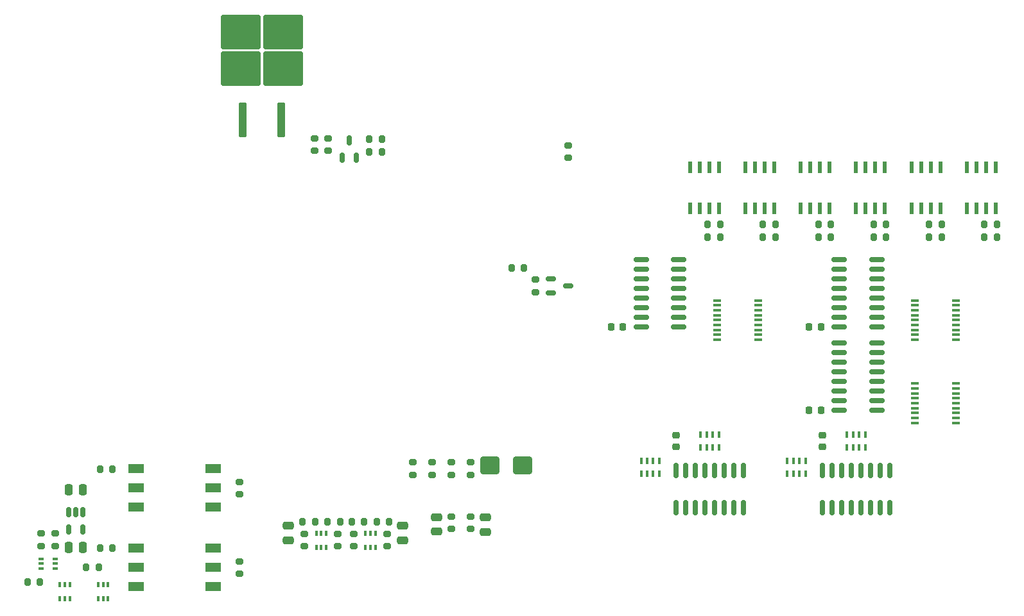
<source format=gbr>
%TF.GenerationSoftware,KiCad,Pcbnew,(7.0.0)*%
%TF.CreationDate,2023-05-23T17:02:05+02:00*%
%TF.ProjectId,Kettcar_Control_HW,4b657474-6361-4725-9f43-6f6e74726f6c,1.0*%
%TF.SameCoordinates,Original*%
%TF.FileFunction,Paste,Top*%
%TF.FilePolarity,Positive*%
%FSLAX46Y46*%
G04 Gerber Fmt 4.6, Leading zero omitted, Abs format (unit mm)*
G04 Created by KiCad (PCBNEW (7.0.0)) date 2023-05-23 17:02:05*
%MOMM*%
%LPD*%
G01*
G04 APERTURE LIST*
G04 Aperture macros list*
%AMRoundRect*
0 Rectangle with rounded corners*
0 $1 Rounding radius*
0 $2 $3 $4 $5 $6 $7 $8 $9 X,Y pos of 4 corners*
0 Add a 4 corners polygon primitive as box body*
4,1,4,$2,$3,$4,$5,$6,$7,$8,$9,$2,$3,0*
0 Add four circle primitives for the rounded corners*
1,1,$1+$1,$2,$3*
1,1,$1+$1,$4,$5*
1,1,$1+$1,$6,$7*
1,1,$1+$1,$8,$9*
0 Add four rect primitives between the rounded corners*
20,1,$1+$1,$2,$3,$4,$5,0*
20,1,$1+$1,$4,$5,$6,$7,0*
20,1,$1+$1,$6,$7,$8,$9,0*
20,1,$1+$1,$8,$9,$2,$3,0*%
G04 Aperture macros list end*
%ADD10RoundRect,0.150000X-0.150000X0.512500X-0.150000X-0.512500X0.150000X-0.512500X0.150000X0.512500X0*%
%ADD11RoundRect,0.200000X-0.200000X-0.275000X0.200000X-0.275000X0.200000X0.275000X-0.200000X0.275000X0*%
%ADD12R,0.400000X0.900000*%
%ADD13RoundRect,0.200000X-0.275000X0.200000X-0.275000X-0.200000X0.275000X-0.200000X0.275000X0.200000X0*%
%ADD14R,2.000000X1.200000*%
%ADD15RoundRect,0.200000X0.200000X0.275000X-0.200000X0.275000X-0.200000X-0.275000X0.200000X-0.275000X0*%
%ADD16RoundRect,0.150000X0.825000X0.150000X-0.825000X0.150000X-0.825000X-0.150000X0.825000X-0.150000X0*%
%ADD17R,0.650000X0.400000*%
%ADD18RoundRect,0.200000X0.275000X-0.200000X0.275000X0.200000X-0.275000X0.200000X-0.275000X-0.200000X0*%
%ADD19R,1.000000X0.400000*%
%ADD20RoundRect,0.250000X0.250000X0.475000X-0.250000X0.475000X-0.250000X-0.475000X0.250000X-0.475000X0*%
%ADD21R,0.600000X1.550000*%
%ADD22R,0.400000X0.650000*%
%ADD23RoundRect,0.250000X-0.475000X0.250000X-0.475000X-0.250000X0.475000X-0.250000X0.475000X0.250000X0*%
%ADD24RoundRect,0.150000X0.150000X-0.825000X0.150000X0.825000X-0.150000X0.825000X-0.150000X-0.825000X0*%
%ADD25RoundRect,0.150000X-0.512500X-0.150000X0.512500X-0.150000X0.512500X0.150000X-0.512500X0.150000X0*%
%ADD26RoundRect,0.250000X0.300000X-2.050000X0.300000X2.050000X-0.300000X2.050000X-0.300000X-2.050000X0*%
%ADD27RoundRect,0.250000X2.375000X-2.025000X2.375000X2.025000X-2.375000X2.025000X-2.375000X-2.025000X0*%
%ADD28RoundRect,0.250000X-1.000000X-0.900000X1.000000X-0.900000X1.000000X0.900000X-1.000000X0.900000X0*%
%ADD29RoundRect,0.250000X0.475000X-0.250000X0.475000X0.250000X-0.475000X0.250000X-0.475000X-0.250000X0*%
%ADD30RoundRect,0.225000X0.225000X0.250000X-0.225000X0.250000X-0.225000X-0.250000X0.225000X-0.250000X0*%
%ADD31RoundRect,0.150000X0.150000X-0.512500X0.150000X0.512500X-0.150000X0.512500X-0.150000X-0.512500X0*%
%ADD32RoundRect,0.225000X0.250000X-0.225000X0.250000X0.225000X-0.250000X0.225000X-0.250000X-0.225000X0*%
G04 APERTURE END LIST*
D10*
%TO.C,U1*%
X44450000Y-120012500D03*
X43500000Y-120012500D03*
X42550000Y-120012500D03*
X42550000Y-122287500D03*
X44450000Y-122287500D03*
%TD*%
D11*
%TO.C,R1*%
X148725000Y-82000000D03*
X150375000Y-82000000D03*
%TD*%
D12*
%TO.C,RN1*%
X125899999Y-111449999D03*
X126699999Y-111449999D03*
X127499999Y-111449999D03*
X128299999Y-111449999D03*
X128299999Y-109749999D03*
X127499999Y-109749999D03*
X126699999Y-109749999D03*
X125899999Y-109749999D03*
%TD*%
D13*
%TO.C,R11*%
X90450000Y-113425000D03*
X90450000Y-115075000D03*
%TD*%
%TO.C,R27*%
X65050000Y-115975000D03*
X65050000Y-117625000D03*
%TD*%
D14*
%TO.C,U10*%
X51439999Y-124769999D03*
X51439999Y-127309999D03*
X51439999Y-129849999D03*
X61599999Y-129849999D03*
X61599999Y-127309999D03*
X61599999Y-124769999D03*
%TD*%
D15*
%TO.C,R26*%
X48325000Y-114300000D03*
X46675000Y-114300000D03*
%TD*%
D16*
%TO.C,U12*%
X149150000Y-95545000D03*
X149150000Y-94275000D03*
X149150000Y-93005000D03*
X149150000Y-91735000D03*
X149150000Y-90465000D03*
X149150000Y-89195000D03*
X149150000Y-87925000D03*
X149150000Y-86655000D03*
X144200000Y-86655000D03*
X144200000Y-87925000D03*
X144200000Y-89195000D03*
X144200000Y-90465000D03*
X144200000Y-91735000D03*
X144200000Y-93005000D03*
X144200000Y-94275000D03*
X144200000Y-95545000D03*
%TD*%
D17*
%TO.C,Q10*%
X38899999Y-126149999D03*
X38899999Y-126799999D03*
X38899999Y-127449999D03*
X40799999Y-127449999D03*
X40799999Y-126799999D03*
X40799999Y-126149999D03*
%TD*%
D11*
%TO.C,R39*%
X79900000Y-121300000D03*
X81550000Y-121300000D03*
%TD*%
D15*
%TO.C,R16*%
X157675000Y-83650000D03*
X156025000Y-83650000D03*
%TD*%
D13*
%TO.C,R10*%
X93000000Y-120575000D03*
X93000000Y-122225000D03*
%TD*%
D18*
%TO.C,R23*%
X76800000Y-72275000D03*
X76800000Y-70625000D03*
%TD*%
D19*
%TO.C,U2*%
X128074999Y-92024999D03*
X128074999Y-92674999D03*
X128074999Y-93324999D03*
X128074999Y-93974999D03*
X128074999Y-94624999D03*
X128074999Y-95274999D03*
X128074999Y-95924999D03*
X128074999Y-96574999D03*
X128074999Y-97224999D03*
X133474999Y-97224999D03*
X133474999Y-96574999D03*
X133474999Y-95924999D03*
X133474999Y-95274999D03*
X133474999Y-94624999D03*
X133474999Y-93974999D03*
X133474999Y-93324999D03*
X133474999Y-92674999D03*
X133474999Y-92024999D03*
%TD*%
D12*
%TO.C,RN3*%
X145199999Y-111449999D03*
X145999999Y-111449999D03*
X146799999Y-111449999D03*
X147599999Y-111449999D03*
X147599999Y-109749999D03*
X146799999Y-109749999D03*
X145999999Y-109749999D03*
X145199999Y-109749999D03*
%TD*%
D20*
%TO.C,C2*%
X44450000Y-124650000D03*
X42550000Y-124650000D03*
%TD*%
D11*
%TO.C,R4*%
X126825000Y-82000000D03*
X128475000Y-82000000D03*
%TD*%
D21*
%TO.C,Q5*%
X160994999Y-79849999D03*
X162264999Y-79849999D03*
X163534999Y-79849999D03*
X164804999Y-79849999D03*
X160994999Y-74449999D03*
X162264999Y-74449999D03*
X163534999Y-74449999D03*
X164804999Y-74449999D03*
%TD*%
D22*
%TO.C,Q12*%
X81724999Y-124649999D03*
X82374999Y-124649999D03*
X83024999Y-124649999D03*
X83024999Y-122749999D03*
X82374999Y-122749999D03*
X81724999Y-122749999D03*
%TD*%
D23*
%TO.C,C4*%
X97500000Y-120700000D03*
X97500000Y-122600000D03*
%TD*%
D16*
%TO.C,U8*%
X149150000Y-106520000D03*
X149150000Y-105250000D03*
X149150000Y-103980000D03*
X149150000Y-102710000D03*
X149150000Y-101440000D03*
X149150000Y-100170000D03*
X149150000Y-98900000D03*
X149150000Y-97630000D03*
X144200000Y-97630000D03*
X144200000Y-98900000D03*
X144200000Y-100170000D03*
X144200000Y-101440000D03*
X144200000Y-102710000D03*
X144200000Y-103980000D03*
X144200000Y-105250000D03*
X144200000Y-106520000D03*
%TD*%
D11*
%TO.C,R14*%
X156025000Y-82000000D03*
X157675000Y-82000000D03*
%TD*%
D13*
%TO.C,R9*%
X95550000Y-120575000D03*
X95550000Y-122225000D03*
%TD*%
%TO.C,R29*%
X65070000Y-126485000D03*
X65070000Y-128135000D03*
%TD*%
D21*
%TO.C,Q4*%
X124494999Y-79849999D03*
X125764999Y-79849999D03*
X127034999Y-79849999D03*
X128304999Y-79849999D03*
X124494999Y-74449999D03*
X125764999Y-74449999D03*
X127034999Y-74449999D03*
X128304999Y-74449999D03*
%TD*%
D11*
%TO.C,R24*%
X82225000Y-72400000D03*
X83875000Y-72400000D03*
%TD*%
D12*
%TO.C,RN2*%
X118049999Y-114949999D03*
X118849999Y-114949999D03*
X119649999Y-114949999D03*
X120449999Y-114949999D03*
X120449999Y-113249999D03*
X119649999Y-113249999D03*
X118849999Y-113249999D03*
X118049999Y-113249999D03*
%TD*%
D24*
%TO.C,U6*%
X141955000Y-119425000D03*
X143225000Y-119425000D03*
X144495000Y-119425000D03*
X145765000Y-119425000D03*
X147035000Y-119425000D03*
X148305000Y-119425000D03*
X149575000Y-119425000D03*
X150845000Y-119425000D03*
X150845000Y-114475000D03*
X149575000Y-114475000D03*
X148305000Y-114475000D03*
X147035000Y-114475000D03*
X145765000Y-114475000D03*
X144495000Y-114475000D03*
X143225000Y-114475000D03*
X141955000Y-114475000D03*
%TD*%
D25*
%TO.C,Q7*%
X106162500Y-89150000D03*
X106162500Y-91050000D03*
X108437500Y-90100000D03*
%TD*%
D15*
%TO.C,R8*%
X128475000Y-83650000D03*
X126825000Y-83650000D03*
%TD*%
%TO.C,R28*%
X48345000Y-124760000D03*
X46695000Y-124760000D03*
%TD*%
%TO.C,R7*%
X135775000Y-83650000D03*
X134125000Y-83650000D03*
%TD*%
%TO.C,R20*%
X102625000Y-87750000D03*
X100975000Y-87750000D03*
%TD*%
D13*
%TO.C,R34*%
X73675000Y-122875000D03*
X73675000Y-124525000D03*
%TD*%
D15*
%TO.C,R36*%
X78350000Y-121300000D03*
X76700000Y-121300000D03*
%TD*%
D26*
%TO.C,D2*%
X65500000Y-68150000D03*
D27*
X65265000Y-61425000D03*
X70815000Y-61425000D03*
X65265000Y-56575000D03*
X70815000Y-56575000D03*
D26*
X70580000Y-68150000D03*
%TD*%
D21*
%TO.C,Q6*%
X153694999Y-79849999D03*
X154964999Y-79849999D03*
X156234999Y-79849999D03*
X157504999Y-79849999D03*
X153694999Y-74449999D03*
X154964999Y-74449999D03*
X156234999Y-74449999D03*
X157504999Y-74449999D03*
%TD*%
D15*
%TO.C,R40*%
X84850000Y-121300000D03*
X83200000Y-121300000D03*
%TD*%
D21*
%TO.C,Q2*%
X139094999Y-79849999D03*
X140364999Y-79849999D03*
X141634999Y-79849999D03*
X142904999Y-79849999D03*
X139094999Y-74449999D03*
X140364999Y-74449999D03*
X141634999Y-74449999D03*
X142904999Y-74449999D03*
%TD*%
D28*
%TO.C,D1*%
X98100000Y-113800000D03*
X102400000Y-113800000D03*
%TD*%
D11*
%TO.C,R3*%
X134125000Y-82000000D03*
X135775000Y-82000000D03*
%TD*%
D15*
%TO.C,R15*%
X164975000Y-83650000D03*
X163325000Y-83650000D03*
%TD*%
D18*
%TO.C,R17*%
X95550000Y-115075000D03*
X95550000Y-113425000D03*
%TD*%
D29*
%TO.C,C11*%
X86600000Y-123700000D03*
X86600000Y-121800000D03*
%TD*%
D13*
%TO.C,R38*%
X80175000Y-122875000D03*
X80175000Y-124525000D03*
%TD*%
D18*
%TO.C,R18*%
X93000000Y-115075000D03*
X93000000Y-113425000D03*
%TD*%
D13*
%TO.C,R12*%
X87950000Y-113425000D03*
X87950000Y-115075000D03*
%TD*%
D22*
%TO.C,U14*%
X42699999Y-129549999D03*
X42049999Y-129549999D03*
X41399999Y-129549999D03*
X41399999Y-131449999D03*
X42049999Y-131449999D03*
X42699999Y-131449999D03*
%TD*%
D13*
%TO.C,R41*%
X84575000Y-122875000D03*
X84575000Y-124525000D03*
%TD*%
%TO.C,R22*%
X75000000Y-70625000D03*
X75000000Y-72275000D03*
%TD*%
%TO.C,R31*%
X40800000Y-122825000D03*
X40800000Y-124475000D03*
%TD*%
D24*
%TO.C,U5*%
X122655000Y-119425000D03*
X123925000Y-119425000D03*
X125195000Y-119425000D03*
X126465000Y-119425000D03*
X127735000Y-119425000D03*
X129005000Y-119425000D03*
X130275000Y-119425000D03*
X131545000Y-119425000D03*
X131545000Y-114475000D03*
X130275000Y-114475000D03*
X129005000Y-114475000D03*
X127735000Y-114475000D03*
X126465000Y-114475000D03*
X125195000Y-114475000D03*
X123925000Y-114475000D03*
X122655000Y-114475000D03*
%TD*%
D11*
%TO.C,R35*%
X73400000Y-121300000D03*
X75050000Y-121300000D03*
%TD*%
%TO.C,R13*%
X163325000Y-82000000D03*
X164975000Y-82000000D03*
%TD*%
D15*
%TO.C,R32*%
X46525000Y-127250000D03*
X44875000Y-127250000D03*
%TD*%
D30*
%TO.C,C5*%
X115650000Y-95525000D03*
X114100000Y-95525000D03*
%TD*%
D22*
%TO.C,U13*%
X47749999Y-129549999D03*
X47099999Y-129549999D03*
X46449999Y-129549999D03*
X46449999Y-131449999D03*
X47099999Y-131449999D03*
X47749999Y-131449999D03*
%TD*%
D14*
%TO.C,U9*%
X51419999Y-114259999D03*
X51419999Y-116799999D03*
X51419999Y-119339999D03*
X61579999Y-119339999D03*
X61579999Y-116799999D03*
X61579999Y-114259999D03*
%TD*%
D23*
%TO.C,C3*%
X91050000Y-120650000D03*
X91050000Y-122550000D03*
%TD*%
D21*
%TO.C,Q3*%
X131794999Y-79849999D03*
X133064999Y-79849999D03*
X134334999Y-79849999D03*
X135604999Y-79849999D03*
X131794999Y-74449999D03*
X133064999Y-74449999D03*
X134334999Y-74449999D03*
X135604999Y-74449999D03*
%TD*%
D11*
%TO.C,R2*%
X141425000Y-82000000D03*
X143075000Y-82000000D03*
%TD*%
D13*
%TO.C,R30*%
X38900000Y-122825000D03*
X38900000Y-124475000D03*
%TD*%
%TO.C,R37*%
X78075000Y-122875000D03*
X78075000Y-124525000D03*
%TD*%
D16*
%TO.C,U3*%
X123025000Y-95545000D03*
X123025000Y-94275000D03*
X123025000Y-93005000D03*
X123025000Y-91735000D03*
X123025000Y-90465000D03*
X123025000Y-89195000D03*
X123025000Y-87925000D03*
X123025000Y-86655000D03*
X118075000Y-86655000D03*
X118075000Y-87925000D03*
X118075000Y-89195000D03*
X118075000Y-90465000D03*
X118075000Y-91735000D03*
X118075000Y-93005000D03*
X118075000Y-94275000D03*
X118075000Y-95545000D03*
%TD*%
D11*
%TO.C,R33*%
X37125000Y-129250000D03*
X38775000Y-129250000D03*
%TD*%
D21*
%TO.C,Q1*%
X146394999Y-79849999D03*
X147664999Y-79849999D03*
X148934999Y-79849999D03*
X150204999Y-79849999D03*
X146394999Y-74449999D03*
X147664999Y-74449999D03*
X148934999Y-74449999D03*
X150204999Y-74449999D03*
%TD*%
D15*
%TO.C,R25*%
X83875000Y-70700000D03*
X82225000Y-70700000D03*
%TD*%
%TO.C,R6*%
X143075000Y-83650000D03*
X141425000Y-83650000D03*
%TD*%
%TO.C,R5*%
X150375000Y-83650000D03*
X148725000Y-83650000D03*
%TD*%
D31*
%TO.C,Q9*%
X78600000Y-73137500D03*
X80500000Y-73137500D03*
X79550000Y-70862500D03*
%TD*%
D19*
%TO.C,U7*%
X154199999Y-102999999D03*
X154199999Y-103649999D03*
X154199999Y-104299999D03*
X154199999Y-104949999D03*
X154199999Y-105599999D03*
X154199999Y-106249999D03*
X154199999Y-106899999D03*
X154199999Y-107549999D03*
X154199999Y-108199999D03*
X159599999Y-108199999D03*
X159599999Y-107549999D03*
X159599999Y-106899999D03*
X159599999Y-106249999D03*
X159599999Y-105599999D03*
X159599999Y-104949999D03*
X159599999Y-104299999D03*
X159599999Y-103649999D03*
X159599999Y-102999999D03*
%TD*%
D18*
%TO.C,R21*%
X104150000Y-90925000D03*
X104150000Y-89275000D03*
%TD*%
D32*
%TO.C,C7*%
X141950000Y-111375000D03*
X141950000Y-109825000D03*
%TD*%
D12*
%TO.C,RN4*%
X137349999Y-114949999D03*
X138149999Y-114949999D03*
X138949999Y-114949999D03*
X139749999Y-114949999D03*
X139749999Y-113249999D03*
X138949999Y-113249999D03*
X138149999Y-113249999D03*
X137349999Y-113249999D03*
%TD*%
D13*
%TO.C,R19*%
X108450000Y-71525000D03*
X108450000Y-73175000D03*
%TD*%
D29*
%TO.C,C10*%
X71550000Y-123700000D03*
X71550000Y-121800000D03*
%TD*%
D30*
%TO.C,C8*%
X141775000Y-106500000D03*
X140225000Y-106500000D03*
%TD*%
D32*
%TO.C,C6*%
X122650000Y-111375000D03*
X122650000Y-109825000D03*
%TD*%
D19*
%TO.C,U11*%
X154199999Y-92024999D03*
X154199999Y-92674999D03*
X154199999Y-93324999D03*
X154199999Y-93974999D03*
X154199999Y-94624999D03*
X154199999Y-95274999D03*
X154199999Y-95924999D03*
X154199999Y-96574999D03*
X154199999Y-97224999D03*
X159599999Y-97224999D03*
X159599999Y-96574999D03*
X159599999Y-95924999D03*
X159599999Y-95274999D03*
X159599999Y-94624999D03*
X159599999Y-93974999D03*
X159599999Y-93324999D03*
X159599999Y-92674999D03*
X159599999Y-92024999D03*
%TD*%
D20*
%TO.C,C1*%
X44450000Y-117050000D03*
X42550000Y-117050000D03*
%TD*%
D22*
%TO.C,Q11*%
X75224999Y-124649999D03*
X75874999Y-124649999D03*
X76524999Y-124649999D03*
X76524999Y-122749999D03*
X75874999Y-122749999D03*
X75224999Y-122749999D03*
%TD*%
D30*
%TO.C,C9*%
X141775000Y-95525000D03*
X140225000Y-95525000D03*
%TD*%
M02*

</source>
